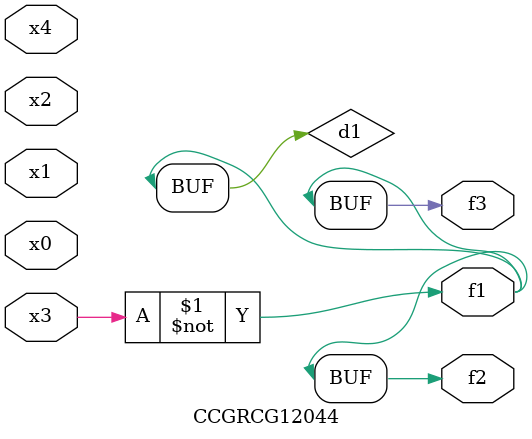
<source format=v>
module CCGRCG12044(
	input x0, x1, x2, x3, x4,
	output f1, f2, f3
);

	wire d1, d2;

	xnor (d1, x3);
	not (d2, x1);
	assign f1 = d1;
	assign f2 = d1;
	assign f3 = d1;
endmodule

</source>
